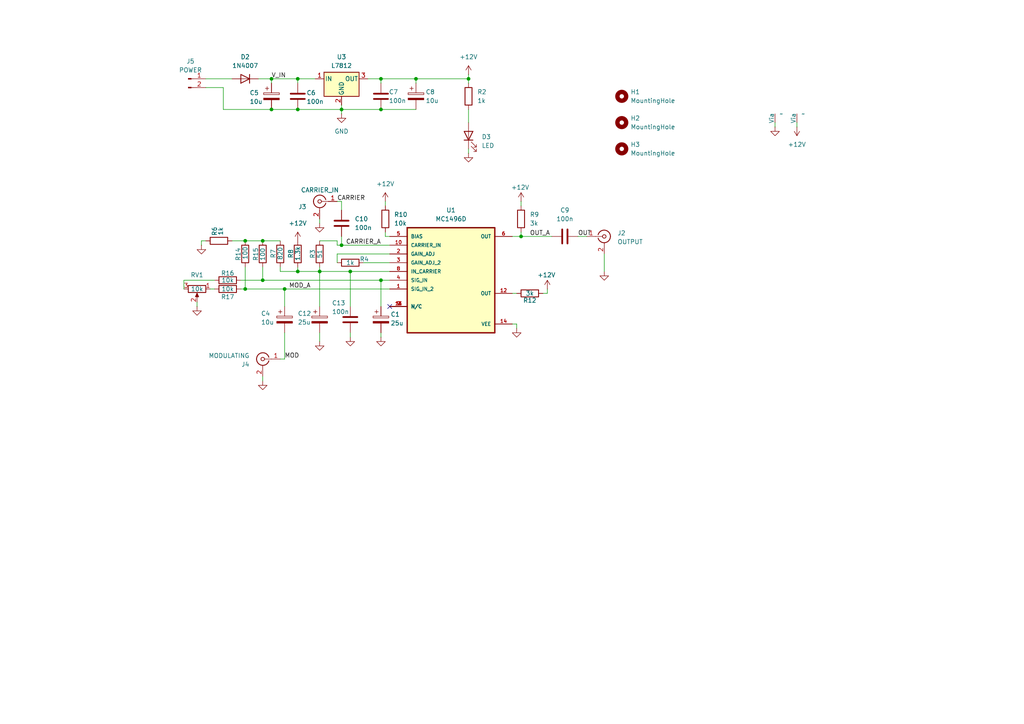
<source format=kicad_sch>
(kicad_sch (version 20231120) (generator "eeschema") (generator_version "8.0")
  (paper "A4")
  (lib_symbols
    (symbol "Connector:Conn_01x02_Pin" (pin_names (offset 1.016) hide)
      (property "Reference" "J" (at 0 2.54 0))
      (property "Value" "Conn_01x02_Pin" (at 0 -5.08 0))
      (symbol "Conn_01x02_Pin_1_1"
        (polyline (pts (xy 1.27 -2.54) (xy 0.8636 -2.54)) (stroke (width 0.1524)))
        (polyline (pts (xy 1.27 0) (xy 0.8636 0)) (stroke (width 0.1524)))
        (rectangle (start 0.8636 -2.413) (end 0 -2.667) (stroke (width 0.1524)) (fill (type outline)))
        (rectangle (start 0.8636 0.127) (end 0 -0.127) (stroke (width 0.1524)) (fill (type outline)))
        (pin passive line (at 5.08 0 180) (length 3.81) (name "Pin_1") (number "1"))
        (pin passive line (at 5.08 -2.54 180) (length 3.81) (name "Pin_2") (number "2"))
      )
    )
    (symbol "Connector:Conn_Coaxial" (pin_names (offset 1.016) hide)
      (property "Reference" "J" (at 0.254 3.048 0))
      (property "Value" "Conn_Coaxial" (at 2.921 0 90))
      (symbol "Conn_Coaxial_0_1"
        (arc (start -1.778 -0.508) (mid 0.2311 -1.8066) (end 1.778 0) (stroke (width 0.254)))
        (polyline (pts (xy -2.54 0) (xy -0.508 0)))
        (polyline (pts (xy 0 -2.54) (xy 0 -1.778)))
        (circle (center 0 0) (radius 0.508) (stroke (width 0.2032)))
        (arc (start 1.778 0) (mid 0.2099 1.8101) (end -1.778 0.508) (stroke (width 0.254)))
      )
      (symbol "Conn_Coaxial_1_1"
        (pin passive line (at -5.08 0 0) (length 2.54) (name "In") (number "1"))
        (pin passive line (at 0 -5.08 90) (length 2.54) (name "Ext") (number "2"))
      )
    )
    (symbol "Device:C" (pin_numbers hide) (pin_names (offset 0.254))
      (property "Reference" "C" (at 0.635 2.54 0))
      (property "Value" "C" (at 0.635 -2.54 0))
      (symbol "C_0_1"
        (polyline (pts (xy -2.032 -0.762) (xy 2.032 -0.762)) (stroke (width 0.508)))
        (polyline (pts (xy -2.032 0.762) (xy 2.032 0.762)) (stroke (width 0.508)))
      )
      (symbol "C_1_1"
        (pin passive line (at 0 3.81 270) (length 2.794) (name "~") (number "1"))
        (pin passive line (at 0 -3.81 90) (length 2.794) (name "~") (number "2"))
      )
    )
    (symbol "Device:C_Polarized" (pin_numbers hide) (pin_names (offset 0.254))
      (property "Reference" "C" (at 0.635 2.54 0))
      (property "Value" "C_Polarized" (at 0.635 -2.54 0))
      (symbol "C_Polarized_0_1"
        (rectangle (start -2.286 0.508) (end 2.286 1.016))
        (polyline (pts (xy -1.778 2.286) (xy -0.762 2.286)))
        (polyline (pts (xy -1.27 2.794) (xy -1.27 1.778)))
        (rectangle (start 2.286 -0.508) (end -2.286 -1.016) (fill (type outline)))
      )
      (symbol "C_Polarized_1_1"
        (pin passive line (at 0 3.81 270) (length 2.794) (name "~") (number "1"))
        (pin passive line (at 0 -3.81 90) (length 2.794) (name "~") (number "2"))
      )
    )
    (symbol "Device:LED" (pin_numbers hide) (pin_names (offset 1.016) hide)
      (property "Reference" "D" (at 0 2.54 0))
      (property "Value" "LED" (at 0 -2.54 0))
      (symbol "LED_0_1"
        (polyline (pts (xy -1.27 -1.27) (xy -1.27 1.27)) (stroke (width 0.254)))
        (polyline (pts (xy -1.27 0) (xy 1.27 0)))
        (polyline (pts (xy 1.27 -1.27) (xy 1.27 1.27) (xy -1.27 0) (xy 1.27 -1.27)) (stroke (width 0.254)))
        (polyline (pts (xy -3.048 -0.762) (xy -4.572 -2.286) (xy -3.81 -2.286) (xy -4.572 -2.286) (xy -4.572 -1.524)))
        (polyline (pts (xy -1.778 -0.762) (xy -3.302 -2.286) (xy -2.54 -2.286) (xy -3.302 -2.286) (xy -3.302 -1.524)))
      )
      (symbol "LED_1_1"
        (pin passive line (at -3.81 0 0) (length 2.54) (name "K") (number "1"))
        (pin passive line (at 3.81 0 180) (length 2.54) (name "A") (number "2"))
      )
    )
    (symbol "Device:R" (pin_numbers hide) (pin_names (offset 0))
      (property "Reference" "R" (at 2.032 0 90))
      (property "Value" "R" (at 0 0 90))
      (symbol "R_0_1"
        (rectangle (start -1.016 -2.54) (end 1.016 2.54) (stroke (width 0.254)))
      )
      (symbol "R_1_1"
        (pin passive line (at 0 3.81 270) (length 1.27) (name "~") (number "1"))
        (pin passive line (at 0 -3.81 90) (length 1.27) (name "~") (number "2"))
      )
    )
    (symbol "Device:R_Potentiometer" (pin_names (offset 1.016) hide)
      (property "Reference" "RV" (at -4.445 0 90))
      (property "Value" "R_Potentiometer" (at -2.54 0 90))
      (symbol "R_Potentiometer_0_1"
        (polyline (pts (xy 2.54 0) (xy 1.524 0)))
        (polyline (pts (xy 1.143 0) (xy 2.286 0.508) (xy 2.286 -0.508) (xy 1.143 0)) (fill (type outline)))
        (rectangle (start 1.016 2.54) (end -1.016 -2.54) (stroke (width 0.254)))
      )
      (symbol "R_Potentiometer_1_1"
        (pin passive line (at 0 3.81 270) (length 1.27) (name "1") (number "1"))
        (pin passive line (at 3.81 0 180) (length 1.27) (name "2") (number "2"))
        (pin passive line (at 0 -3.81 90) (length 1.27) (name "3") (number "3"))
      )
    )
    (symbol "Diode:1N4007" (pin_numbers hide) (pin_names hide)
      (property "Reference" "D" (at 0 2.54 0))
      (property "Value" "1N4007" (at 0 -2.54 0))
      (symbol "1N4007_0_1"
        (polyline (pts (xy -1.27 1.27) (xy -1.27 -1.27)) (stroke (width 0.254)))
        (polyline (pts (xy 1.27 0) (xy -1.27 0)))
        (polyline (pts (xy 1.27 1.27) (xy 1.27 -1.27) (xy -1.27 0) (xy 1.27 1.27)) (stroke (width 0.254)))
      )
      (symbol "1N4007_1_1"
        (pin passive line (at -3.81 0 0) (length 2.54) (name "K") (number "1"))
        (pin passive line (at 3.81 0 180) (length 2.54) (name "A") (number "2"))
      )
    )
    (symbol "MC1496D:MC1496D" (pin_names (offset 1.016))
      (property "Reference" "U1" (at 0 20.32 0))
      (property "Value" "MC1496D" (at 0 17.78 0))
      (symbol "MC1496D_0_0"
        (rectangle (start -12.7 15.24) (end 12.7 -15.24) (stroke (width 0.41)) (fill (type background)))
        (pin input line (at -17.78 -2.54 0) (length 5.08) (name "SIG_IN_2") (number "1"))
        (pin input line (at -17.78 10.16 0) (length 5.08) (name "CARRIER_IN") (number "10"))
        (pin bidirectional line (at -17.78 -7.62 0) (length 5.08) (name "N/C") (number "11"))
        (pin output line (at 17.78 -3.81 180) (length 5.08) (name "OUT") (number "12"))
        (pin bidirectional line (at -17.78 -7.62 0) (length 5.08) (name "N/C") (number "13"))
        (pin power_in line (at 17.78 -12.7 180) (length 5.08) (name "VEE") (number "14"))
        (pin input line (at -17.78 7.62 0) (length 5.08) (name "GAIN_ADJ") (number "2"))
        (pin input line (at -17.78 5.08 0) (length 5.08) (name "GAIN_ADJ_2") (number "3"))
        (pin input line (at -17.78 0 0) (length 5.08) (name "SIG_IN") (number "4"))
        (pin input line (at -17.78 12.7 0) (length 5.08) (name "BIAS") (number "5"))
        (pin output line (at 17.78 12.7 180) (length 5.08) (name "OUT") (number "6"))
        (pin bidirectional line (at -17.78 -7.62 0) (length 5.08) (name "N/C") (number "7"))
        (pin input line (at -17.78 2.54 0) (length 5.08) (name "IN_CARRIER") (number "8"))
        (pin bidirectional line (at -17.78 -7.62 0) (length 5.08) (name "N/C") (number "9"))
      )
    )
    (symbol "Mechanical:MountingHole" (pin_names (offset 1.016)) (exclude_from_sim yes) (in_bom no)
      (property "Reference" "H" (at 0 5.08 0))
      (property "Value" "MountingHole" (at 0 3.175 0))
      (symbol "MountingHole_0_1"
        (circle (center 0 0) (radius 1.27) (stroke (width 1.27)))
      )
    )
    (symbol "Regulator_Linear:L7812" (pin_names (offset 0.254))
      (property "Reference" "U" (at -3.81 3.175 0))
      (property "Value" "L7812" (at 0 3.175 0))
      (symbol "L7812_0_1"
        (rectangle (start -5.08 1.905) (end 5.08 -5.08) (stroke (width 0.254)) (fill (type background)))
      )
      (symbol "L7812_1_1"
        (pin power_in line (at -7.62 0 0) (length 2.54) (name "IN") (number "1"))
        (pin power_in line (at 0 -7.62 90) (length 2.54) (name "GND") (number "2"))
        (pin power_out line (at 7.62 0 180) (length 2.54) (name "OUT") (number "3"))
      )
    )
    (symbol "power:+12V" (power) (pin_numbers hide) (pin_names (offset 0) hide)
      (property "Value" "+12V" (at 0 3.556 0))
      (symbol "+12V_0_1"
        (polyline (pts (xy -0.762 1.27) (xy 0 2.54)))
        (polyline (pts (xy 0 0) (xy 0 2.54)))
        (polyline (pts (xy 0 2.54) (xy 0.762 1.27)))
      )
      (symbol "+12V_1_1"
        (pin power_in line (at 0 0 90) (length 0) (name "~") (number "1"))
      )
    )
    (symbol "power:GND" (power) (pin_numbers hide) (pin_names (offset 0) hide)
      (property "Value" "GND" (at 0 -3.81 0))
      (symbol "GND_0_1"
        (polyline (pts (xy 0 0) (xy 0 -1.27) (xy 1.27 -1.27) (xy 0 -2.54) (xy -1.27 -1.27) (xy 0 -1.27)))
      )
      (symbol "GND_1_1"
        (pin power_in line (at 0 0 270) (length 0) (name "~") (number "1"))
      )
    )
    (symbol "vias:VIA" (pin_numbers hide) (pin_names (offset 0)) (in_bom no)
      (symbol "VIA_1_1"
        (pin passive line (at 0 -1.27 90) (length 2.54) (name "Via") (number "1"))
      )
    )
  )
  (junction (at 78.74 31.75))
  (junction (at 86.36 31.75))
  (junction (at 101.6 78.74))
  (junction (at 110.49 22.86))
  (junction (at 92.71 78.74))
  (junction (at 151.13 68.58))
  (junction (at 135.89 22.86))
  (junction (at 120.65 22.86))
  (junction (at 82.55 83.82))
  (junction (at 110.49 81.28))
  (junction (at 86.36 78.74))
  (junction (at 99.06 31.75))
  (junction (at 110.49 31.75))
  (junction (at 76.2 81.28))
  (junction (at 78.74 22.86))
  (junction (at 86.36 22.86))
  (junction (at 76.2 69.85))
  (junction (at 99.06 71.12))
  (junction (at 71.12 83.82))
  (junction (at 71.12 69.85))
  (no_connect (at 113.03 88.9))
  (wire (pts (xy 97.79 73.66) (xy 97.79 76.2)))
  (wire (pts (xy 82.55 104.14) (xy 81.28 104.14)))
  (wire (pts (xy 101.6 78.74) (xy 113.03 78.74)))
  (wire (pts (xy 113.03 71.12) (xy 99.06 71.12)))
  (wire (pts (xy 86.36 31.75) (xy 99.06 31.75)))
  (wire (pts (xy 92.71 78.74) (xy 92.71 88.9)))
  (wire (pts (xy 57.15 87.63) (xy 57.15 88.9)))
  (wire (pts (xy 175.26 73.66) (xy 175.26 78.74)))
  (wire (pts (xy 76.2 69.85) (xy 71.12 69.85)))
  (wire (pts (xy 78.74 31.75) (xy 86.36 31.75)))
  (wire (pts (xy 120.65 22.86) (xy 120.65 24.13)))
  (wire (pts (xy 59.69 22.86) (xy 67.31 22.86)))
  (wire (pts (xy 99.06 31.75) (xy 110.49 31.75)))
  (wire (pts (xy 110.49 22.86) (xy 110.49 24.13)))
  (wire (pts (xy 92.71 96.52) (xy 92.71 99.06)))
  (wire (pts (xy 69.85 83.82) (xy 71.12 83.82)))
  (wire (pts (xy 53.34 81.28) (xy 53.34 83.82)))
  (wire (pts (xy 78.74 22.86) (xy 78.74 24.13)))
  (wire (pts (xy 110.49 81.28) (xy 110.49 88.9)))
  (wire (pts (xy 97.79 73.66) (xy 113.03 73.66)))
  (wire (pts (xy 120.65 22.86) (xy 135.89 22.86)))
  (wire (pts (xy 86.36 77.47) (xy 86.36 78.74)))
  (wire (pts (xy 224.79 35.56) (xy 224.79 36.83)))
  (wire (pts (xy 76.2 81.28) (xy 110.49 81.28)))
  (wire (pts (xy 135.89 31.75) (xy 135.89 35.56)))
  (wire (pts (xy 149.86 95.25) (xy 149.86 93.98)))
  (wire (pts (xy 135.89 43.18) (xy 135.89 44.45)))
  (wire (pts (xy 106.68 22.86) (xy 110.49 22.86)))
  (wire (pts (xy 135.89 21.59) (xy 135.89 22.86)))
  (wire (pts (xy 231.14 35.56) (xy 231.14 36.83)))
  (wire (pts (xy 62.23 81.28) (xy 53.34 81.28)))
  (wire (pts (xy 92.71 77.47) (xy 92.71 78.74)))
  (wire (pts (xy 110.49 96.52) (xy 110.49 97.79)))
  (wire (pts (xy 99.06 30.48) (xy 99.06 31.75)))
  (wire (pts (xy 99.06 68.58) (xy 99.06 71.12)))
  (wire (pts (xy 151.13 67.31) (xy 151.13 68.58)))
  (wire (pts (xy 105.41 76.2) (xy 113.03 76.2)))
  (wire (pts (xy 71.12 83.82) (xy 82.55 83.82)))
  (wire (pts (xy 149.86 93.98) (xy 148.59 93.98)))
  (wire (pts (xy 151.13 58.42) (xy 151.13 59.69)))
  (wire (pts (xy 69.85 81.28) (xy 76.2 81.28)))
  (wire (pts (xy 148.59 85.09) (xy 149.86 85.09)))
  (wire (pts (xy 151.13 68.58) (xy 148.59 68.58)))
  (wire (pts (xy 86.36 78.74) (xy 92.71 78.74)))
  (wire (pts (xy 157.48 85.09) (xy 158.75 85.09)))
  (wire (pts (xy 110.49 31.75) (xy 120.65 31.75)))
  (wire (pts (xy 92.71 63.5) (xy 92.71 64.77)))
  (wire (pts (xy 81.28 69.85) (xy 76.2 69.85)))
  (wire (pts (xy 99.06 31.75) (xy 99.06 33.02)))
  (wire (pts (xy 82.55 83.82) (xy 82.55 88.9)))
  (wire (pts (xy 167.64 68.58) (xy 170.18 68.58)))
  (wire (pts (xy 82.55 83.82) (xy 113.03 83.82)))
  (wire (pts (xy 86.36 22.86) (xy 91.44 22.86)))
  (wire (pts (xy 67.31 69.85) (xy 71.12 69.85)))
  (wire (pts (xy 59.69 25.4) (xy 64.77 25.4)))
  (wire (pts (xy 86.36 22.86) (xy 86.36 24.13)))
  (wire (pts (xy 101.6 96.52) (xy 101.6 97.79)))
  (wire (pts (xy 101.6 78.74) (xy 101.6 88.9)))
  (wire (pts (xy 97.79 69.85) (xy 92.71 69.85)))
  (wire (pts (xy 81.28 78.74) (xy 81.28 77.47)))
  (wire (pts (xy 110.49 81.28) (xy 113.03 81.28)))
  (wire (pts (xy 64.77 25.4) (xy 64.77 31.75)))
  (wire (pts (xy 99.06 58.42) (xy 97.79 58.42)))
  (wire (pts (xy 64.77 31.75) (xy 78.74 31.75)))
  (wire (pts (xy 151.13 68.58) (xy 160.02 68.58)))
  (wire (pts (xy 158.75 85.09) (xy 158.75 83.82)))
  (wire (pts (xy 76.2 109.22) (xy 76.2 110.49)))
  (wire (pts (xy 71.12 77.47) (xy 71.12 83.82)))
  (wire (pts (xy 110.49 22.86) (xy 120.65 22.86)))
  (wire (pts (xy 135.89 22.86) (xy 135.89 24.13)))
  (wire (pts (xy 60.96 83.82) (xy 62.23 83.82)))
  (wire (pts (xy 78.74 22.86) (xy 86.36 22.86)))
  (wire (pts (xy 82.55 96.52) (xy 82.55 104.14)))
  (wire (pts (xy 111.76 67.31) (xy 111.76 68.58)))
  (wire (pts (xy 97.79 71.12) (xy 97.79 69.85)))
  (wire (pts (xy 58.42 71.12) (xy 58.42 69.85)))
  (wire (pts (xy 99.06 71.12) (xy 97.79 71.12)))
  (wire (pts (xy 99.06 60.96) (xy 99.06 58.42)))
  (wire (pts (xy 92.71 78.74) (xy 101.6 78.74)))
  (wire (pts (xy 74.93 22.86) (xy 78.74 22.86)))
  (wire (pts (xy 58.42 69.85) (xy 59.69 69.85)))
  (wire (pts (xy 111.76 68.58) (xy 113.03 68.58)))
  (wire (pts (xy 111.76 58.42) (xy 111.76 59.69)))
  (wire (pts (xy 76.2 77.47) (xy 76.2 81.28)))
  (wire (pts (xy 81.28 78.74) (xy 86.36 78.74)))
  (label "CARRIER_A" (at 100.33 71.12 0))
  (label "MOD" (at 82.55 104.14 0))
  (label "MOD_A" (at 83.82 83.82 0))
  (label "V_IN" (at 78.74 22.86 0))
  (label "CARRIER" (at 97.79 58.42 0))
  (label "OUT_A" (at 153.67 68.58 0))
  (label "OUT" (at 167.64 68.58 0))
  (symbol (lib_id "Device:C_Polarized") (at 92.71 92.71 0) (unit 1)
    (property "Reference" "C12" (at 86.36 90.932 0) (effects (justify left)))
    (property "Value" "25u" (at 86.36 93.472 0) (effects (justify left)))
    (property "Footprint" "Capacitor_THT:CP_Radial_D5.0mm_P2.50mm" (effects (hide yes)))
    (property "Description" "Polarized capacitor" (effects (hide yes)))
  )
  (symbol (lib_id "Device:C_Polarized") (at 120.65 27.94 0) (unit 1)
    (property "Reference" "C8" (at 123.444 26.67 0) (effects (justify left)))
    (property "Value" "10u" (at 123.444 29.21 0) (effects (justify left)))
    (property "Footprint" "Capacitor_THT:CP_Radial_D5.0mm_P2.50mm" (effects (hide yes)))
    (property "Description" "Polarized capacitor" (effects (hide yes)))
  )
  (symbol (lib_id "power:+12V") (at 86.36 69.85 0) (unit 1)
    (property "Reference" "#PWR022" (effects (hide yes)))
    (property "Value" "+12V" (at 86.36 64.77 0))
    (property "Description" "Power symbol creates a global label with name \"+12V\"" (effects (hide yes)))
  )
  (symbol (lib_id "Connector:Conn_01x02_Pin") (at 54.61 22.86 0) (unit 1)
    (property "Reference" "J5" (at 55.245 17.78 0))
    (property "Value" "POWER" (at 55.245 20.32 0))
    (property "Footprint" "Connector_PinHeader_2.54mm:PinHeader_1x02_P2.54mm_Vertical" (effects (hide yes)))
    (property "Description" "Generic connector, single row, 01x02, script generated" (effects (hide yes)))
  )
  (symbol (lib_id "Device:C_Polarized") (at 78.74 27.94 0) (unit 1)
    (property "Reference" "C5" (at 72.39 26.924 0) (effects (justify left)))
    (property "Value" "10u" (at 72.39 29.464 0) (effects (justify left)))
    (property "Footprint" "Capacitor_THT:CP_Radial_D5.0mm_P2.50mm" (effects (hide yes)))
    (property "Description" "Polarized capacitor" (effects (hide yes)))
  )
  (symbol (lib_id "Connector:Conn_Coaxial") (at 92.71 58.42 0) (mirror y) (unit 1)
    (property "Reference" "J3" (at 88.9 59.9833 0) (effects (justify left)))
    (property "Value" "CARRIER_IN" (at 98.298 55.118 0) (effects (justify left)))
    (property "Footprint" "connector:BNC_TEConnectivity_413969-2" (effects (hide yes)))
    (property "Description" "coaxial connector (BNC, SMA, SMB, SMC, Cinch/RCA, LEMO, ...)" (effects (hide yes)))
  )
  (symbol (lib_id "power:+12V") (at 158.75 83.82 0) (unit 1)
    (property "Reference" "#PWR015" (effects (hide yes)))
    (property "Value" "+12V" (at 158.496 79.756 0))
    (property "Description" "Power symbol creates a global label with name \"+12V\"" (effects (hide yes)))
  )
  (symbol (lib_id "Connector:Conn_Coaxial") (at 175.26 68.58 0) (unit 1)
    (property "Reference" "J2" (at 179.07 67.6031 0) (effects (justify left)))
    (property "Value" "OUTPUT" (at 179.07 70.1431 0) (effects (justify left)))
    (property "Footprint" "connector:BNC_TEConnectivity_413969-2" (effects (hide yes)))
    (property "Description" "coaxial connector (BNC, SMA, SMB, SMC, Cinch/RCA, LEMO, ...)" (effects (hide yes)))
  )
  (symbol (lib_id "power:GND") (at 149.86 95.25 0) (unit 1)
    (property "Reference" "#PWR016" (effects (hide yes)))
    (property "Value" "GND" (effects (hide yes)))
    (property "Description" "Power symbol creates a global label with name \"GND\" , ground" (effects (hide yes)))
  )
  (symbol (lib_id "vias:VIA") (at 224.79 34.29 0) (unit 1) (in_bom no)
    (property "Reference" "H4" (effects (hide yes)))
    (property "Value" "~" (at 226.06 33.02 0) (effects (justify left)))
    (property "Footprint" "via:Via_0.7x1.5" (effects (hide yes)))
  )
  (symbol (lib_id "vias:VIA") (at 231.14 34.29 0) (unit 1) (in_bom no)
    (property "Reference" "H5" (effects (hide yes)))
    (property "Value" "~" (at 232.41 33.02 0) (effects (justify left)))
    (property "Footprint" "via:Via_0.7x1.5" (effects (hide yes)))
  )
  (symbol (lib_id "power:GND") (at 175.26 78.74 0) (unit 1)
    (property "Reference" "#PWR014" (effects (hide yes)))
    (property "Value" "GND" (effects (hide yes)))
    (property "Description" "Power symbol creates a global label with name \"GND\" , ground" (effects (hide yes)))
  )
  (symbol (lib_id "Device:R") (at 151.13 63.5 0) (unit 1)
    (property "Reference" "R9" (at 153.67 62.2299 0) (effects (justify left)))
    (property "Value" "3k" (at 153.67 64.7699 0) (effects (justify left)))
    (property "Footprint" "Resistor_SMD:R_0805_2012Metric_Pad1.20x1.40mm_HandSolder" (effects (hide yes)))
    (property "Description" "Resistor" (effects (hide yes)))
  )
  (symbol (lib_id "Mechanical:MountingHole") (at 180.34 27.94 0) (unit 1) (exclude_from_sim yes) (in_bom no)
    (property "Reference" "H1" (at 182.88 26.6699 0) (effects (justify left)))
    (property "Value" "MountingHole" (at 182.88 29.2099 0) (effects (justify left)))
    (property "Footprint" "MountingHole:MountingHole_3.2mm_M3" (effects (hide yes)))
    (property "Description" "Mounting Hole without connection" (effects (hide yes)))
  )
  (symbol (lib_id "power:GND") (at 76.2 110.49 0) (unit 1)
    (property "Reference" "#PWR018" (effects (hide yes)))
    (property "Value" "GND" (effects (hide yes)))
    (property "Description" "Power symbol creates a global label with name \"GND\" , ground" (effects (hide yes)))
  )
  (symbol (lib_id "Regulator_Linear:L7812") (at 99.06 22.86 0) (unit 1)
    (property "Reference" "U3" (at 99.06 16.51 0))
    (property "Value" "L7812" (at 99.06 19.05 0))
    (property "Footprint" "Package_TO_SOT_SMD:TO-252-2" (effects (hide yes)))
    (property "Datasheet" "http://www.st.com/content/ccc/resource/technical/document/datasheet/41/4f/b3/b0/12/d4/47/88/CD00000444.pdf/files/CD00000444.pdf/jcr:content/translations/en.CD00000444.pdf" (effects (hide yes)))
    (property "Description" "Positive 1.5A 35V Linear Regulator, Fixed Output 12V, TO-220/TO-263/TO-252" (effects (hide yes)))
  )
  (symbol (lib_id "power:GND") (at 92.71 64.77 0) (unit 1)
    (property "Reference" "#PWR017" (effects (hide yes)))
    (property "Value" "GND" (effects (hide yes)))
    (property "Description" "Power symbol creates a global label with name \"GND\" , ground" (effects (hide yes)))
  )
  (symbol (lib_id "Device:R") (at 66.04 81.28 270) (unit 1)
    (property "Reference" "R16" (at 66.04 79.248 90))
    (property "Value" "10k" (at 66.04 81.28 90))
    (property "Footprint" "Resistor_SMD:R_0805_2012Metric_Pad1.20x1.40mm_HandSolder" (effects (hide yes)))
    (property "Description" "Resistor" (effects (hide yes)))
  )
  (symbol (lib_id "Device:R") (at 101.6 76.2 90) (unit 1)
    (property "Reference" "R4" (at 105.664 75.184 90))
    (property "Value" "1k" (at 101.6 76.2 90))
    (property "Footprint" "Resistor_SMD:R_0805_2012Metric_Pad1.20x1.40mm_HandSolder" (effects (hide yes)))
    (property "Description" "Resistor" (effects (hide yes)))
  )
  (symbol (lib_id "Device:R") (at 111.76 63.5 0) (unit 1)
    (property "Reference" "R10" (at 114.3 62.2299 0) (effects (justify left)))
    (property "Value" "10k" (at 114.3 64.7699 0) (effects (justify left)))
    (property "Footprint" "Resistor_SMD:R_0805_2012Metric_Pad1.20x1.40mm_HandSolder" (effects (hide yes)))
    (property "Description" "Resistor" (effects (hide yes)))
  )
  (symbol (lib_id "power:GND") (at 110.49 97.79 0) (unit 1)
    (property "Reference" "#PWR04" (effects (hide yes)))
    (property "Value" "GND" (effects (hide yes)))
    (property "Description" "Power symbol creates a global label with name \"GND\" , ground" (effects (hide yes)))
  )
  (symbol (lib_id "Device:R") (at 153.67 85.09 90) (unit 1)
    (property "Reference" "R12" (at 153.67 87.122 90))
    (property "Value" "3k" (at 153.67 85.09 90))
    (property "Footprint" "Resistor_SMD:R_0805_2012Metric_Pad1.20x1.40mm_HandSolder" (effects (hide yes)))
    (property "Description" "Resistor" (effects (hide yes)))
  )
  (symbol (lib_id "power:+12V") (at 151.13 58.42 0) (unit 1)
    (property "Reference" "#PWR09" (effects (hide yes)))
    (property "Value" "+12V" (at 150.876 54.356 0))
    (property "Description" "Power symbol creates a global label with name \"+12V\"" (effects (hide yes)))
  )
  (symbol (lib_id "power:GND") (at 92.71 99.06 0) (unit 1)
    (property "Reference" "#PWR019" (effects (hide yes)))
    (property "Value" "GND" (effects (hide yes)))
    (property "Description" "Power symbol creates a global label with name \"GND\" , ground" (effects (hide yes)))
  )
  (symbol (lib_id "Device:C") (at 99.06 64.77 0) (unit 1)
    (property "Reference" "C10" (at 102.87 63.4999 0) (effects (justify left)))
    (property "Value" "100n" (at 102.87 66.0399 0) (effects (justify left)))
    (property "Footprint" "Inductor_SMD:L_1206_3216Metric_Pad1.42x1.75mm_HandSolder" (effects (hide yes)))
    (property "Description" "Unpolarized capacitor" (effects (hide yes)))
  )
  (symbol (lib_id "Device:R") (at 92.71 73.66 0) (unit 1)
    (property "Reference" "R3" (at 90.678 73.66 90))
    (property "Value" "51" (at 92.71 73.66 90))
    (property "Footprint" "Resistor_SMD:R_0805_2012Metric_Pad1.20x1.40mm_HandSolder" (effects (hide yes)))
    (property "Description" "Resistor" (effects (hide yes)))
  )
  (symbol (lib_id "Device:C") (at 86.36 27.94 0) (unit 1)
    (property "Reference" "C6" (at 88.9 26.924 0) (effects (justify left)))
    (property "Value" "100n" (at 88.9 29.464 0) (effects (justify left)))
    (property "Footprint" "Inductor_SMD:L_1206_3216Metric_Pad1.42x1.75mm_HandSolder" (effects (hide yes)))
    (property "Description" "Unpolarized capacitor" (effects (hide yes)))
  )
  (symbol (lib_id "Device:C") (at 110.49 27.94 0) (unit 1)
    (property "Reference" "C7" (at 112.776 26.67 0) (effects (justify left)))
    (property "Value" "100n" (at 112.776 29.21 0) (effects (justify left)))
    (property "Footprint" "Inductor_SMD:L_1206_3216Metric_Pad1.42x1.75mm_HandSolder" (effects (hide yes)))
    (property "Description" "Unpolarized capacitor" (effects (hide yes)))
  )
  (symbol (lib_id "power:GND") (at 135.89 44.45 0) (unit 1)
    (property "Reference" "#PWR08" (effects (hide yes)))
    (property "Value" "GND" (effects (hide yes)))
    (property "Description" "Power symbol creates a global label with name \"GND\" , ground" (effects (hide yes)))
  )
  (symbol (lib_id "Device:C") (at 163.83 68.58 90) (unit 1)
    (property "Reference" "C9" (at 163.83 60.96 90))
    (property "Value" "100n" (at 163.83 63.5 90))
    (property "Footprint" "Inductor_SMD:L_1206_3216Metric_Pad1.42x1.75mm_HandSolder" (effects (hide yes)))
    (property "Description" "Unpolarized capacitor" (effects (hide yes)))
  )
  (symbol (lib_id "Device:R") (at 81.28 73.66 0) (unit 1)
    (property "Reference" "R7" (at 79.248 74.93 90) (effects (justify left)))
    (property "Value" "820" (at 81.28 75.438 90) (effects (justify left)))
    (property "Footprint" "Resistor_SMD:R_0805_2012Metric_Pad1.20x1.40mm_HandSolder" (effects (hide yes)))
    (property "Description" "Resistor" (effects (hide yes)))
  )
  (symbol (lib_id "Device:R") (at 71.12 73.66 180) (unit 1)
    (property "Reference" "R14" (at 69.088 75.692 90) (effects (justify right)))
    (property "Value" "100" (at 71.12 73.406 90))
    (property "Footprint" "Resistor_SMD:R_0805_2012Metric_Pad1.20x1.40mm_HandSolder" (effects (hide yes)))
    (property "Description" "Resistor" (effects (hide yes)))
  )
  (symbol (lib_id "Mechanical:MountingHole") (at 180.34 43.18 0) (unit 1) (exclude_from_sim yes) (in_bom no)
    (property "Reference" "H3" (at 182.88 41.9099 0) (effects (justify left)))
    (property "Value" "MountingHole" (at 182.88 44.4499 0) (effects (justify left)))
    (property "Footprint" "MountingHole:MountingHole_3.2mm_M3" (effects (hide yes)))
    (property "Description" "Mounting Hole without connection" (effects (hide yes)))
  )
  (symbol (lib_id "MC1496D:MC1496D") (at 130.81 81.28 0) (unit 1)
    (property "Reference" "U1" (at 130.81 60.96 0))
    (property "Value" "MC1496D" (at 130.81 63.5 0))
    (property "Footprint" "Package_SO:SOIC-14_3.9x8.7mm_P1.27mm" (effects (hide yes)))
    (property "MF" "ON Semiconductor" (effects (hide yes)))
    (property "Description_1" "\nRF IC Modulator/Demodulator FM 300MHz - 14-SOIC\n" (effects (hide yes)))
    (property "Package" "SOIC-14 ON Semiconductor" (effects (hide yes)))
    (property "Price" "None" (effects (hide yes)))
    (property "SnapEDA_Link" "https://www.snapeda.com/parts/MC1496D/Onsemi/view-part/?ref=snap" (effects (hide yes)))
    (property "MP" "MC1496D" (effects (hide yes)))
    (property "Purchase-URL" "https://www.snapeda.com/api/url_track_click_mouser/?unipart_id=453965&manufacturer=ON Semiconductor&part_name=MC1496D&search_term=mc1496" (effects (hide yes)))
    (property "Availability" "In Stock" (effects (hide yes)))
    (property "Check_prices" "https://www.snapeda.com/parts/MC1496D/Onsemi/view-part/?ref=eda" (effects (hide yes)))
  )
  (symbol (lib_id "Device:LED") (at 135.89 39.37 90) (unit 1)
    (property "Reference" "D3" (at 139.7 39.6874 90) (effects (justify right)))
    (property "Value" "LED" (at 139.7 42.2274 90) (effects (justify right)))
    (property "Footprint" "LED_THT:LED_D5.0mm" (effects (hide yes)))
    (property "Description" "Light emitting diode" (effects (hide yes)))
  )
  (symbol (lib_id "Connector:Conn_Coaxial") (at 76.2 104.14 0) (mirror y) (unit 1)
    (property "Reference" "J4" (at 72.39 105.7033 0) (effects (justify left)))
    (property "Value" "MODULATING" (at 72.39 103.1633 0) (effects (justify left)))
    (property "Footprint" "connector:BNC_TEConnectivity_413969-2" (effects (hide yes)))
    (property "Description" "coaxial connector (BNC, SMA, SMB, SMC, Cinch/RCA, LEMO, ...)" (effects (hide yes)))
  )
  (symbol (lib_id "Device:C_Polarized") (at 110.49 92.71 0) (unit 1)
    (property "Reference" "C1" (at 113.284 91.186 0) (effects (justify left)))
    (property "Value" "25u" (at 113.284 93.726 0) (effects (justify left)))
    (property "Footprint" "Capacitor_THT:CP_Radial_D5.0mm_P2.50mm" (effects (hide yes)))
    (property "Description" "Polarized capacitor" (effects (hide yes)))
  )
  (symbol (lib_id "power:GND") (at 224.79 36.83 0) (unit 1)
    (property "Reference" "#PWR01" (effects (hide yes)))
    (property "Value" "GND" (effects (hide yes)))
    (property "Description" "Power symbol creates a global label with name \"GND\" , ground" (effects (hide yes)))
  )
  (symbol (lib_id "power:+12V") (at 135.89 21.59 0) (unit 1)
    (property "Reference" "#PWR07" (effects (hide yes)))
    (property "Value" "+12V" (at 135.89 16.51 0))
    (property "Description" "Power symbol creates a global label with name \"+12V\"" (effects (hide yes)))
  )
  (symbol (lib_id "power:+12V") (at 231.14 36.83 180) (unit 1)
    (property "Reference" "#PWR02" (effects (hide yes)))
    (property "Value" "+12V" (at 231.14 41.91 0))
    (property "Description" "Power symbol creates a global label with name \"+12V\"" (effects (hide yes)))
  )
  (symbol (lib_id "Device:R_Potentiometer") (at 57.15 83.82 270) (unit 1)
    (property "Reference" "RV1" (at 57.15 79.756 90))
    (property "Value" "10k" (at 57.15 83.82 90))
    (property "Footprint" "Potentiometer_THT:Potentiometer_Bourns_3296W_Vertical" (effects (hide yes)))
    (property "Description" "Potentiometer" (effects (hide yes)))
  )
  (symbol (lib_id "Diode:1N4007") (at 71.12 22.86 180) (unit 1)
    (property "Reference" "D2" (at 71.12 16.51 0))
    (property "Value" "1N4007" (at 71.12 19.05 0))
    (property "Footprint" "Diode_SMD:D_SMA_Handsoldering" (effects (hide yes)))
    (property "Datasheet" "http://www.vishay.com/docs/88503/1n4001.pdf" (effects (hide yes)))
    (property "Description" "1000V 1A General Purpose Rectifier Diode, DO-41" (effects (hide yes)))
    (property "Sim.Device" "D" (effects (hide yes)))
    (property "Sim.Pins" "1=K 2=A" (effects (hide yes)))
  )
  (symbol (lib_id "Mechanical:MountingHole") (at 180.34 35.56 0) (unit 1) (exclude_from_sim yes) (in_bom no)
    (property "Reference" "H2" (at 182.88 34.2899 0) (effects (justify left)))
    (property "Value" "MountingHole" (at 182.88 36.8299 0) (effects (justify left)))
    (property "Footprint" "MountingHole:MountingHole_3.2mm_M3" (effects (hide yes)))
    (property "Description" "Mounting Hole without connection" (effects (hide yes)))
  )
  (symbol (lib_id "power:GND") (at 99.06 33.02 0) (unit 1)
    (property "Reference" "#PWR05" (effects (hide yes)))
    (property "Value" "GND" (at 99.06 38.1 0))
    (property "Description" "Power symbol creates a global label with name \"GND\" , ground" (effects (hide yes)))
  )
  (symbol (lib_id "Device:C") (at 101.6 92.71 0) (unit 1)
    (property "Reference" "C13" (at 96.266 87.884 0) (effects (justify left)))
    (property "Value" "100n" (at 96.266 90.424 0) (effects (justify left)))
    (property "Footprint" "Inductor_SMD:L_1206_3216Metric_Pad1.42x1.75mm_HandSolder" (effects (hide yes)))
    (property "Description" "Unpolarized capacitor" (effects (hide yes)))
  )
  (symbol (lib_id "power:GND") (at 57.15 88.9 0) (unit 1)
    (property "Reference" "#PWR021" (effects (hide yes)))
    (property "Value" "GND" (effects (hide yes)))
    (property "Description" "Power symbol creates a global label with name \"GND\" , ground" (effects (hide yes)))
  )
  (symbol (lib_id "Device:R") (at 135.89 27.94 0) (unit 1)
    (property "Reference" "R2" (at 138.43 26.6699 0) (effects (justify left)))
    (property "Value" "1k" (at 138.43 29.2099 0) (effects (justify left)))
    (property "Footprint" "Resistor_SMD:R_0805_2012Metric_Pad1.20x1.40mm_HandSolder" (effects (hide yes)))
    (property "Description" "Resistor" (effects (hide yes)))
  )
  (symbol (lib_id "Device:R") (at 86.36 73.66 0) (unit 1)
    (property "Reference" "R8" (at 84.328 74.93 90) (effects (justify left)))
    (property "Value" "1.3k" (at 86.36 75.692 90) (effects (justify left)))
    (property "Footprint" "Resistor_SMD:R_0805_2012Metric_Pad1.20x1.40mm_HandSolder" (effects (hide yes)))
    (property "Description" "Resistor" (effects (hide yes)))
  )
  (symbol (lib_id "power:GND") (at 58.42 71.12 0) (unit 1)
    (property "Reference" "#PWR06" (effects (hide yes)))
    (property "Value" "GND" (effects (hide yes)))
    (property "Description" "Power symbol creates a global label with name \"GND\" , ground" (effects (hide yes)))
  )
  (symbol (lib_id "Device:R") (at 76.2 73.66 180) (unit 1)
    (property "Reference" "R15" (at 74.168 75.692 90) (effects (justify right)))
    (property "Value" "100" (at 76.2 75.692 90) (effects (justify right)))
    (property "Footprint" "Resistor_SMD:R_0805_2012Metric_Pad1.20x1.40mm_HandSolder" (effects (hide yes)))
    (property "Description" "Resistor" (effects (hide yes)))
  )
  (symbol (lib_id "power:GND") (at 101.6 97.79 0) (unit 1)
    (property "Reference" "#PWR020" (effects (hide yes)))
    (property "Value" "GND" (effects (hide yes)))
    (property "Description" "Power symbol creates a global label with name \"GND\" , ground" (effects (hide yes)))
  )
  (symbol (lib_id "power:+12V") (at 111.76 58.42 0) (unit 1)
    (property "Reference" "#PWR011" (effects (hide yes)))
    (property "Value" "+12V" (at 111.76 53.34 0))
    (property "Description" "Power symbol creates a global label with name \"+12V\"" (effects (hide yes)))
  )
  (symbol (lib_id "Device:R") (at 66.04 83.82 270) (unit 1)
    (property "Reference" "R17" (at 66.04 86.106 90))
    (property "Value" "10k" (at 66.04 83.82 90))
    (property "Footprint" "Resistor_SMD:R_0805_2012Metric_Pad1.20x1.40mm_HandSolder" (effects (hide yes)))
    (property "Description" "Resistor" (effects (hide yes)))
  )
  (symbol (lib_id "Device:C_Polarized") (at 82.55 92.71 0) (unit 1)
    (property "Reference" "C4" (at 75.692 90.932 0) (effects (justify left)))
    (property "Value" "10u" (at 75.692 93.472 0) (effects (justify left)))
    (property "Footprint" "Capacitor_THT:CP_Radial_D5.0mm_P2.50mm" (effects (hide yes)))
    (property "Description" "Polarized capacitor" (effects (hide yes)))
  )
  (symbol (lib_id "Device:R") (at 63.5 69.85 270) (unit 1)
    (property "Reference" "R6" (at 62.23 67.056 0))
    (property "Value" "1k" (at 64.008 67.056 0))
    (property "Footprint" "Resistor_SMD:R_0805_2012Metric_Pad1.20x1.40mm_HandSolder" (effects (hide yes)))
    (property "Description" "Resistor" (effects (hide yes)))
  )
)
</source>
